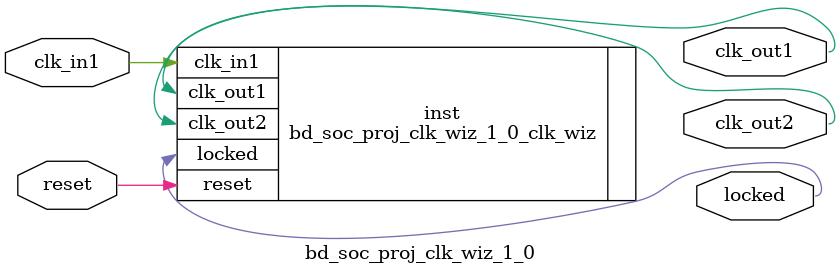
<source format=v>


`timescale 1ps/1ps

(* CORE_GENERATION_INFO = "bd_soc_proj_clk_wiz_1_0,clk_wiz_v6_0_5_0_0,{component_name=bd_soc_proj_clk_wiz_1_0,use_phase_alignment=true,use_min_o_jitter=false,use_max_i_jitter=false,use_dyn_phase_shift=false,use_inclk_switchover=false,use_dyn_reconfig=false,enable_axi=0,feedback_source=FDBK_AUTO,PRIMITIVE=MMCM,num_out_clk=2,clkin1_period=10.000,clkin2_period=10.000,use_power_down=false,use_reset=true,use_locked=true,use_inclk_stopped=false,feedback_type=SINGLE,CLOCK_MGR_TYPE=NA,manual_override=false}" *)

module bd_soc_proj_clk_wiz_1_0 
 (
  // Clock out ports
  output        clk_out1,
  output        clk_out2,
  // Status and control signals
  input         reset,
  output        locked,
 // Clock in ports
  input         clk_in1
 );

  bd_soc_proj_clk_wiz_1_0_clk_wiz inst
  (
  // Clock out ports  
  .clk_out1(clk_out1),
  .clk_out2(clk_out2),
  // Status and control signals               
  .reset(reset), 
  .locked(locked),
 // Clock in ports
  .clk_in1(clk_in1)
  );

endmodule

</source>
